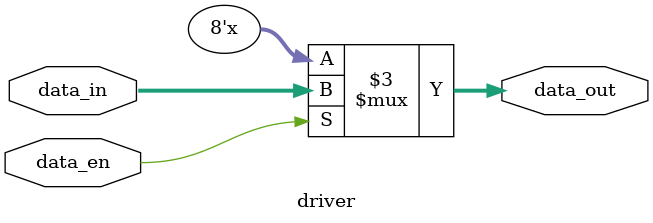
<source format=v>
module driver (data_in,data_en,data_out);

	parameter WIDTH = 8;

	input [WIDTH-1 : 0] data_in;
	input data_en;
	output reg [WIDTH-1 : 0] data_out;

	always @(*) begin
		if (data_en)
			data_out = data_in;
		else
			data_out = {WIDTH{1'bz}};
	end

endmodule : driver
</source>
